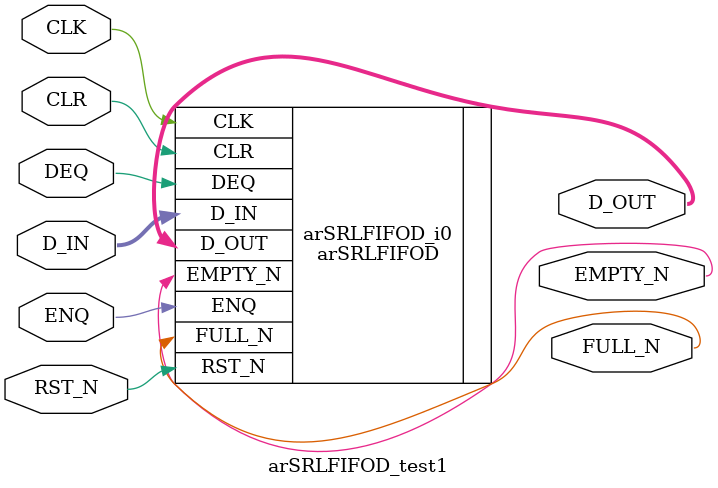
<source format=v>

module arSRLFIFOD_test1 # (
  parameter  width    = 128,
  parameter  l2depth  = 4)
  (
  input              CLK,
  input              RST_N,
  input              CLR,
  input              ENQ,
  input              DEQ,
  output             FULL_N,
  output             EMPTY_N,
  input [width-1:0]  D_IN,
  output[width-1:0]  D_OUT
);

 arSRLFIFOD # (
    .width    (width),
    .l2depth  (l2depth)
   )
 arSRLFIFOD_i0 (
    .CLK      (CLK),
    .RST_N    (RST_N),
    .CLR      (CLR),
    .ENQ      (ENQ),
    .DEQ      (DEQ),
    .FULL_N   (FULL_N),
    .EMPTY_N  (EMPTY_N),
    .D_IN     (D_IN),
    .D_OUT    (D_OUT)
   );

endmodule

</source>
